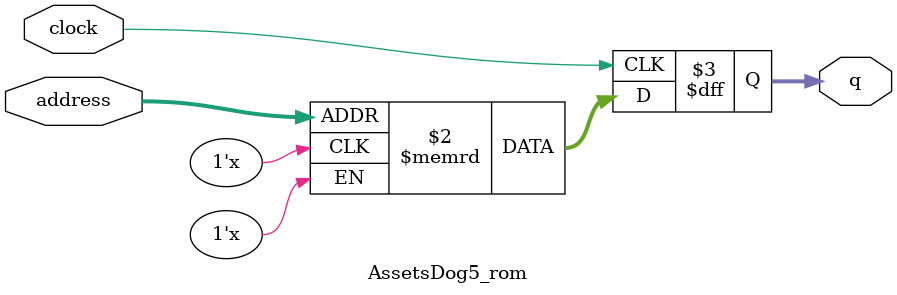
<source format=sv>
module AssetsDog5_rom (
	input logic clock,
	input logic [11:0] address,
	output logic [3:0] q
);

logic [3:0] memory [0:2119] /* synthesis ram_init_file = "./AssetsDog5/AssetsDog5.mif" */;

always_ff @ (posedge clock) begin
	q <= memory[address];
end

endmodule

</source>
